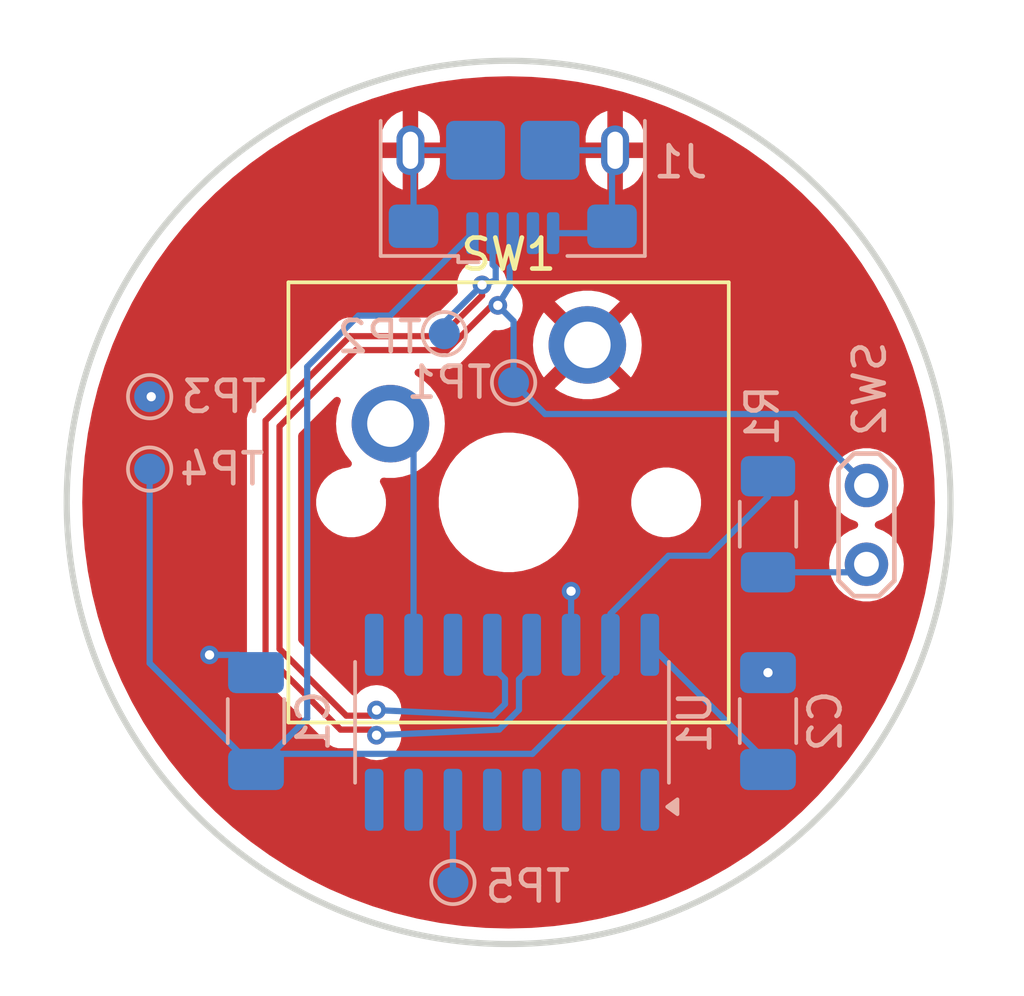
<source format=kicad_pcb>
(kicad_pcb (version 20240108) (generator "pcbnew") (generator_version "8.0")
  (layers (0 "F.Cu" signal) (31 "B.Cu" signal) (34 "B.Paste" user) (35 "F.Paste" user) (36 "B.SilkS" user "B.Silkscreen") (37 "F.SilkS" user "F.Silkscreen") (38 "B.Mask" user) (39 "F.Mask" user) (44 "Edge.Cuts" user))
  (net 0 "")
  (net 1 "VCC")
  (net 2 "GND")
  (net 3 "+3.3V")
  (net 4 "Net-(U1-RST)")
  (net 6 "USB_D+")
  (net 7 "Net-(SW2A-B)")
  (net 8 "Net-(SW1A-A)")
  (net 18 "USB_D-")
  (footprint "PCM_Switch_Keyboard_Cherry_MX:SW_Cherry_MX_PCB_1.00u" (layer "F.Cu") (at 137.05 79.305)
    (property "Reference" "SW1" (at 0 -8 0) (layer "F.SilkS"))
    (property "Value" "SW_DPST_x2")
    (fp_line (start -7.1 -7.1) (end -7.1 7.1) (stroke (width 0.12)) (layer "F.SilkS"))
    (fp_line (start -7.1 7.1) (end 7.1 7.1) (stroke (width 0.12)) (layer "F.SilkS"))
    (fp_line (start 7.1 -7.1) (end -7.1 -7.1) (stroke (width 0.12)) (layer "F.SilkS"))
    (fp_line (start 7.1 7.1) (end 7.1 -7.1) (stroke (width 0.12)) (layer "F.SilkS"))
    (pad "" np_thru_hole circle (at -5.08 0) (size 1.75 1.75) (drill 1.75) (layers "*.Cu" "*.Mask"))
    (pad "" np_thru_hole circle (at 0 0) (size 4 4) (drill 4) (layers "*.Cu" "*.Mask"))
    (pad "" np_thru_hole circle (at 5.08 0) (size 1.75 1.75) (drill 1.75) (layers "*.Cu" "*.Mask"))
    (pad "1" thru_hole circle (at -3.81 -2.54) (size 2.5 2.5) (drill 1.5) (layers "*.Cu" "*.Mask") (net 8 "Net-(SW1A-A)"))
    (pad "2" thru_hole circle (at 2.54 -5.08) (size 2.5 2.5) (drill 1.5) (layers "*.Cu" "*.Mask") (net 2 "GND"))
  )
  (footprint "TestPoint:TestPoint_2Pads_Pitch2.54mm_Drill0.8mm" (layer "B.Cu") (at 148.59 78.76 -90)
    (property "Reference" "SW2" (at -3.1188 -0.1016 90) (layer "B.SilkS") (effects (justify mirror)))
    (property "Value" "SW_DPST_x2")
    (fp_line (start -0.53 0.9) (end -1.03 0.4) (stroke (width 0.15)) (layer "B.SilkS"))
    (fp_line (start 3.07 0.9) (end -0.53 0.9) (stroke (width 0.15)) (layer "B.SilkS"))
    (fp_line (start -1.03 0.4) (end -1.03 -0.4) (stroke (width 0.15)) (layer "B.SilkS"))
    (fp_line (start 3.57 0.4) (end 3.07 0.9) (stroke (width 0.15)) (layer "B.SilkS"))
    (fp_line (start -1.03 -0.4) (end -0.53 -0.9) (stroke (width 0.15)) (layer "B.SilkS"))
    (fp_line (start 3.57 -0.4) (end 3.57 0.4) (stroke (width 0.15)) (layer "B.SilkS"))
    (fp_line (start -0.53 -0.9) (end 3.07 -0.9) (stroke (width 0.15)) (layer "B.SilkS"))
    (fp_line (start 3.07 -0.9) (end 3.57 -0.4) (stroke (width 0.15)) (layer "B.SilkS"))
    (pad "1" thru_hole circle (at 0 0 270) (size 1.4 1.4) (drill 0.8) (layers "*.Cu" "*.Mask") (net 6 "USB_D+"))
    (pad "2" thru_hole circle (at 2.54 0 270) (size 1.4 1.4) (drill 0.8) (layers "*.Cu" "*.Mask") (net 7 "Net-(SW2A-B)"))
  )
  (footprint "Package_SO:SOP-16_3.9x9.9mm_P1.27mm" (layer "B.Cu") (at 137.16 86.4 90)
    (property "Reference" "U1" (at 0 5.9 -90) (layer "B.SilkS") (effects (justify mirror)))
    (property "Value" "~")
    (fp_line (start 1.95 -5.06) (end 0 -5.06) (stroke (width 0.12)) (layer "B.SilkS"))
    (fp_line (start -1.95 -5.06) (end 0 -5.06) (stroke (width 0.12)) (layer "B.SilkS"))
    (fp_line (start 1.95 5.06) (end 0 5.06) (stroke (width 0.12)) (layer "B.SilkS"))
    (fp_line (start -1.95 5.06) (end 0 5.06) (stroke (width 0.12)) (layer "B.SilkS"))
    (fp_poly (pts (xy -2.725 5.005) (xy -2.965 5.335) (xy -2.485 5.335) (xy -2.725 5.005)) (stroke (width 0.12)) (fill solid) (layer "B.SilkS"))
    (pad "1" smd roundrect (at -2.5 4.445 90) (size 2 0.6) (layers "B.Cu" "B.Paste" "B.Mask"))
    (pad "2" smd roundrect (at -2.5 3.175 90) (size 2 0.6) (layers "B.Cu" "B.Paste" "B.Mask"))
    (pad "3" smd roundrect (at -2.5 1.905 90) (size 2 0.6) (layers "B.Cu" "B.Paste" "B.Mask"))
    (pad "4" smd roundrect (at -2.5 0.635 90) (size 2 0.6) (layers "B.Cu" "B.Paste" "B.Mask"))
    (pad "5" smd roundrect (at -2.5 -0.635 90) (size 2 0.6) (layers "B.Cu" "B.Paste" "B.Mask"))
    (pad "6" smd roundrect (at -2.5 -1.905 90) (size 2 0.6) (layers "B.Cu" "B.Paste" "B.Mask") (net 4 "Net-(U1-RST)"))
    (pad "7" smd roundrect (at -2.5 -3.175 90) (size 2 0.6) (layers "B.Cu" "B.Paste" "B.Mask"))
    (pad "8" smd roundrect (at -2.5 -4.445 90) (size 2 0.6) (layers "B.Cu" "B.Paste" "B.Mask"))
    (pad "9" smd roundrect (at 2.5 -4.445 90) (size 2 0.6) (layers "B.Cu" "B.Paste" "B.Mask"))
    (pad "10" smd roundrect (at 2.5 -3.175 90) (size 2 0.6) (layers "B.Cu" "B.Paste" "B.Mask") (net 8 "Net-(SW1A-A)"))
    (pad "11" smd roundrect (at 2.5 -1.905 90) (size 2 0.6) (layers "B.Cu" "B.Paste" "B.Mask"))
    (pad "12" smd roundrect (at 2.5 -0.635 90) (size 2 0.6) (layers "B.Cu" "B.Paste" "B.Mask") (net 6 "USB_D+"))
    (pad "13" smd roundrect (at 2.5 0.635 90) (size 2 0.6) (layers "B.Cu" "B.Paste" "B.Mask") (net 18 "USB_D-"))
    (pad "14" smd roundrect (at 2.5 1.905 90) (size 2 0.6) (layers "B.Cu" "B.Paste" "B.Mask") (net 2 "GND"))
    (pad "15" smd roundrect (at 2.5 3.175 90) (size 2 0.6) (layers "B.Cu" "B.Paste" "B.Mask") (net 1 "VCC"))
    (pad "16" smd roundrect (at 2.5 4.445 90) (size 2 0.6) (layers "B.Cu" "B.Paste" "B.Mask") (net 3 "+3.3V"))
  )
  (footprint "Capacitor_SMD:C_1206_3216Metric_Pad1.33x1.80mm_HandSolder" (layer "B.Cu") (at 128.905 86.36 90)
    (property "Reference" "C1" (at 0 1.85 -90) (layer "B.SilkS") (effects (justify mirror)))
    (property "Value" "C")
    (fp_line (start 0.711252 -0.91) (end -0.711252 -0.91) (stroke (width 0.12)) (layer "B.SilkS"))
    (fp_line (start 0.711252 0.91) (end -0.711252 0.91) (stroke (width 0.12)) (layer "B.SilkS"))
    (pad "1" smd roundrect (at -1.5625 0 90) (size 1.325 1.8) (layers "B.Cu" "B.Paste" "B.Mask") (roundrect_rratio 0.188679) (net 1 "VCC"))
    (pad "2" smd roundrect (at 1.5625 0 90) (size 1.325 1.8) (layers "B.Cu" "B.Paste" "B.Mask") (roundrect_rratio 0.188679) (net 2 "GND"))
  )
  (footprint "TestPoint:TestPoint_Pad_D1.0mm" (layer "B.Cu") (at 134.9756 73.8632 180)
    (property "Reference" "TP2" (at 2.0828 -0.1016 180) (layer "B.SilkS") (effects (justify mirror)))
    (property "Value" "TestPoint")
    (fp_circle (center 0 0) (end 0 -0.7) (stroke (width 0.12)) (fill none) (layer "B.SilkS"))
    (pad "1" smd circle (at 0 0 180) (size 1 1) (layers "B.Cu" "B.Mask") (net 18 "USB_D-"))
  )
  (footprint "TestPoint:TestPoint_Pad_D1.0mm" (layer "B.Cu") (at 137.2108 75.438 180)
    (property "Reference" "TP1" (at 2.0828 0 180) (layer "B.SilkS") (effects (justify mirror)))
    (property "Value" "TestPoint")
    (fp_circle (center 0 0) (end 0 -0.7) (stroke (width 0.12)) (fill none) (layer "B.SilkS"))
    (pad "1" smd circle (at 0 0 180) (size 1 1) (layers "B.Cu" "B.Mask") (net 6 "USB_D+"))
  )
  (footprint "TestPoint:TestPoint_Pad_D1.0mm" (layer "B.Cu") (at 125.476 75.8952 180)
    (property "Reference" "TP3" (at -2.3876 0 180) (layer "B.SilkS") (effects (justify mirror)))
    (property "Value" "TestPoint")
    (fp_circle (center 0 0) (end 0 -0.7) (stroke (width 0.12)) (fill none) (layer "B.SilkS"))
    (pad "1" smd circle (at 0 0 180) (size 1 1) (layers "B.Cu" "B.Mask") (net 2 "GND"))
  )
  (footprint "TestPoint:TestPoint_Pad_D1.0mm" (layer "B.Cu") (at 125.476 78.232 180)
    (property "Reference" "TP4" (at -2.3368 0 180) (layer "B.SilkS") (effects (justify mirror)))
    (property "Value" "TestPoint")
    (fp_circle (center 0 0) (end 0 -0.7) (stroke (width 0.12)) (fill none) (layer "B.SilkS"))
    (pad "1" smd circle (at 0 0 180) (size 1 1) (layers "B.Cu" "B.Mask") (net 1 "VCC"))
  )
  (footprint "TestPoint:TestPoint_Pad_D1.0mm" (layer "B.Cu") (at 135.255 91.567 180)
    (property "Reference" "TP5" (at -2.413 -0.127 180) (layer "B.SilkS") (effects (justify mirror)))
    (property "Value" "TestPoint")
    (fp_circle (center 0 0) (end 0 -0.7) (stroke (width 0.12)) (fill none) (layer "B.SilkS"))
    (pad "1" smd circle (at 0 0 180) (size 1 1) (layers "B.Cu" "B.Mask") (net 4 "Net-(U1-RST)"))
  )
  (footprint "Resistor_SMD:R_1206_3216Metric_Pad1.30x1.75mm_HandSolder" (layer "B.Cu") (at 145.415 80.01 90)
    (property "Reference" "R1" (at 3.5052 -0.1778 -90) (layer "B.SilkS") (effects (justify mirror)))
    (property "Value" "10K")
    (fp_line (start 0.727064 -0.91) (end -0.727064 -0.91) (stroke (width 0.12)) (layer "B.SilkS"))
    (fp_line (start 0.727064 0.91) (end -0.727064 0.91) (stroke (width 0.12)) (layer "B.SilkS"))
    (pad "1" smd roundrect (at -1.55 0 90) (size 1.3 1.75) (layers "B.Cu" "B.Paste" "B.Mask") (roundrect_rratio 0.192308) (net 7 "Net-(SW2A-B)"))
    (pad "2" smd roundrect (at 1.55 0 90) (size 1.3 1.75) (layers "B.Cu" "B.Paste" "B.Mask") (roundrect_rratio 0.192308) (net 1 "VCC"))
  )
  (footprint "Connector_USB:USB_Micro-B_Amphenol_10118193-0001LF_Horizontal" (layer "B.Cu") (at 137.185 67.945)
    (property "Reference" "J1" (at 5.4106 0.381 0) (layer "B.SilkS") (effects (justify mirror)))
    (property "Value" "USB_B_Micro")
    (fp_line (start -4.26 -0.95) (end -4.26 3.41) (stroke (width 0.12)) (layer "B.SilkS"))
    (fp_line (start -1.76 3.41) (end -4.26 3.41) (stroke (width 0.12)) (layer "B.SilkS"))
    (fp_line (start -1.76 3.61) (end -1.76 3.41) (stroke (width 0.12)) (layer "B.SilkS"))
    (fp_line (start -1.76 3.61) (end -1.1 3.61) (stroke (width 0.12)) (layer "B.SilkS"))
    (fp_line (start 4.26 -0.95) (end 4.26 3.41) (stroke (width 0.12)) (layer "B.SilkS"))
    (fp_line (start 4.26 3.41) (end 1.76 3.41) (stroke (width 0.12)) (layer "B.SilkS"))
    (pad "1" smd roundrect (at -1.3 2.675) (size 0.4 1.35) (layers "B.Cu" "B.Paste" "B.Mask") (net 1 "VCC"))
    (pad "2" smd roundrect (at -0.65 2.675) (size 0.4 1.35) (layers "B.Cu" "B.Paste" "B.Mask") (net 18 "USB_D-"))
    (pad "3" smd roundrect (at 0 2.675) (size 0.4 1.35) (layers "B.Cu" "B.Paste" "B.Mask") (net 6 "USB_D+"))
    (pad "4" smd roundrect (at 0.65 2.675) (size 0.4 1.35) (layers "B.Cu" "B.Paste" "B.Mask"))
    (pad "5" smd roundrect (at 1.3 2.675) (size 0.4 1.35) (layers "B.Cu" "B.Paste" "B.Mask") (net 2 "GND"))
    (pad "6" thru_hole oval (at -3.3 0 270) (size 1.6 0.9) (drill oval 1.2 0.5) (layers "*.Cu" "*.Mask" "B.Paste") (net 2 "GND"))
    (pad "6" smd roundrect (at -3.2 2.45) (size 1.6 1.4) (layers "B.Cu" "B.Paste" "B.Mask") (roundrect_rratio 0.1785714286) (net 2 "GND"))
    (pad "6" smd roundrect (at -1.2 0) (size 1.9 1.9) (layers "B.Cu" "B.Paste" "B.Mask") (roundrect_rratio 0.1315789474) (net 2 "GND"))
    (pad "6" smd roundrect (at 1.2 0) (size 1.9 1.9) (layers "B.Cu" "B.Paste" "B.Mask") (roundrect_rratio 0.1315789474) (net 2 "GND"))
    (pad "6" smd roundrect (at 3.2 2.45) (size 1.6 1.4) (layers "B.Cu" "B.Paste" "B.Mask") (roundrect_rratio 0.1785714286) (net 2 "GND"))
    (pad "6" thru_hole oval (at 3.3 0 270) (size 1.6 0.9) (drill oval 1.2 0.5) (layers "*.Cu" "*.Mask" "B.Paste") (net 2 "GND"))
  )
  (footprint "Capacitor_SMD:C_1206_3216Metric_Pad1.33x1.80mm_HandSolder" (layer "B.Cu") (at 145.415 86.36 90)
    (property "Reference" "C2" (at 0 1.85 -90) (layer "B.SilkS") (effects (justify mirror)))
    (property "Value" "C")
    (fp_line (start 0.711252 -0.91) (end -0.711252 -0.91) (stroke (width 0.12)) (layer "B.SilkS"))
    (fp_line (start 0.711252 0.91) (end -0.711252 0.91) (stroke (width 0.12)) (layer "B.SilkS"))
    (pad "1" smd roundrect (at -1.5625 0 90) (size 1.325 1.8) (layers "B.Cu" "B.Paste" "B.Mask") (roundrect_rratio 0.188679) (net 3 "+3.3V"))
    (pad "2" smd roundrect (at 1.5625 0 90) (size 1.325 1.8) (layers "B.Cu" "B.Paste" "B.Mask") (roundrect_rratio 0.188679) (net 2 "GND"))
  )
  (gr_circle (center 137.05 79.305) (end 134.62 93.345) (stroke (width 0.2)) (fill none) (layer "Edge.Cuts"))
  (segment (start 130.556 86.2715) (end 130.556 74.93) (width 0.2) (layer "B.Cu") (net 1))
  (segment (start 145.415 79.121) (end 143.51 81.026) (width 0.2) (layer "B.Cu") (net 1))
  (segment (start 125.476 78.232) (end 125.476 84.4935) (width 0.2) (layer "B.Cu") (net 1))
  (segment (start 128.905 87.9225) (end 130.556 86.2715) (width 0.2) (layer "B.Cu") (net 1))
  (segment (start 140.335 84.899999) (end 140.335 83.9) (width 0.2) (layer "B.Cu") (net 1))
  (segment (start 132.207 73.279) (end 133.226 73.279) (width 0.2) (layer "B.Cu") (net 1))
  (segment (start 125.476 84.4935) (end 128.905 87.9225) (width 0.2) (layer "B.Cu") (net 1))
  (segment (start 140.335 82.900001) (end 140.335 83.9) (width 0.2) (layer "B.Cu") (net 1))
  (segment (start 128.905 87.9225) (end 129.4103 87.4172) (width 0.2) (layer "B.Cu") (net 1))
  (segment (start 143.51 81.026) (end 142.209001 81.026) (width 0.2) (layer "B.Cu") (net 1))
  (segment (start 137.817799 87.4172) (end 140.335 84.899999) (width 0.2) (layer "B.Cu") (net 1))
  (segment (start 129.4103 87.4172) (end 137.817799 87.4172) (width 0.2) (layer "B.Cu") (net 1))
  (segment (start 142.209001 81.026) (end 140.335 82.900001) (width 0.2) (layer "B.Cu") (net 1))
  (segment (start 130.556 74.93) (end 132.207 73.279) (width 0.2) (layer "B.Cu") (net 1))
  (segment (start 133.226 73.279) (end 135.885 70.62) (width 0.2) (layer "B.Cu") (net 1))
  (segment (start 145.415 78.46) (end 145.415 79.121) (width 0.2) (layer "B.Cu") (net 1))
  (via (at 125.5268 75.8952) (size 0.6) (drill 0.3) (layers "F.Cu" "B.Cu") (net 2))
  (via (at 139.065 82.169) (size 0.6) (drill 0.3) (layers "F.Cu" "B.Cu") (net 2))
  (via (at 145.415 84.7975) (size 0.6) (drill 0.3) (layers "F.Cu" "B.Cu") (net 2))
  (via (at 127.4064 84.2264) (size 0.6) (drill 0.3) (layers "F.Cu" "B.Cu") (net 2))
  (segment (start 133.985 70.395) (end 133.985 68.045) (width 0.2) (layer "B.Cu") (net 2))
  (segment (start 138.485 70.62) (end 140.16 70.62) (width 0.2) (layer "B.Cu") (net 2))
  (segment (start 133.985 68.045) (end 133.885 67.945) (width 0.2) (layer "B.Cu") (net 2))
  (segment (start 140.385 68.045) (end 140.485 67.945) (width 0.2) (layer "B.Cu") (net 2))
  (segment (start 139.065 83.9) (end 139.065 82.169) (width 0.2) (layer "B.Cu") (net 2))
  (segment (start 140.16 70.62) (end 140.385 70.395) (width 0.2) (layer "B.Cu") (net 2))
  (segment (start 127.4064 84.2264) (end 128.3339 84.2264) (width 0.2) (layer "B.Cu") (net 2))
  (segment (start 128.3339 84.2264) (end 128.905 84.7975) (width 0.2) (layer "B.Cu") (net 2))
  (segment (start 140.385 70.395) (end 140.385 68.045) (width 0.2) (layer "B.Cu") (net 2))
  (segment (start 135.985 67.945) (end 133.885 67.945) (width 0.2) (layer "B.Cu") (net 2))
  (segment (start 138.385 67.945) (end 140.485 67.945) (width 0.2) (layer "B.Cu") (net 2))
  (segment (start 145.415 87.9225) (end 145.415 87.71) (width 0.2) (layer "B.Cu") (net 3))
  (segment (start 145.415 87.71) (end 141.605 83.9) (width 0.2) (layer "B.Cu") (net 3))
  (segment (start 135.255 91.567) (end 135.255 88.9) (width 0.2) (layer "B.Cu") (net 4))
  (segment (start 132.609801 86.185799) (end 131.817599 86.185799) (width 0.2) (layer "F.Cu") (net 6))
  (segment (start 131.817599 86.185799) (end 129.6634 84.0316) (width 0.2) (layer "F.Cu") (net 6))
  (segment (start 129.6634 84.0316) (end 129.6634 76.852) (width 0.2) (layer "F.Cu") (net 6))
  (segment (start 132.7912 86.0044) (end 132.609801 86.185799) (width 0.2) (layer "F.Cu") (net 6))
  (segment (start 132.1224 74.393) (end 135.068799 74.393) (width 0.2) (layer "F.Cu") (net 6))
  (segment (start 135.068799 74.393) (end 136.512999 72.9488) (width 0.2) (layer "F.Cu") (net 6))
  (segment (start 129.6634 76.852) (end 132.1224 74.393) (width 0.2) (layer "F.Cu") (net 6))
  (segment (start 136.512999 72.9488) (end 136.7028 72.9488) (width 0.2) (layer "F.Cu") (net 6))
  (via (at 136.7028 72.9488) (size 0.6) (drill 0.3) (layers "F.Cu" "B.Cu") (net 6))
  (via (at 132.7912 86.0044) (size 0.6) (drill 0.3) (layers "F.Cu" "B.Cu") (net 6))
  (segment (start 137.085 72.326) (end 136.7028 72.9488) (width 0.2) (layer "B.Cu") (net 6))
  (segment (start 137.2108 73.4568) (end 136.7028 72.9488) (width 0.2) (layer "B.Cu") (net 6))
  (segment (start 137.185 70.62) (end 137.185 71.632501) (width 0.2) (layer "B.Cu") (net 6))
  (segment (start 146.284 76.454) (end 138.2268 76.454) (width 0.2) (layer "B.Cu") (net 6))
  (segment (start 132.7912 86.0044) (end 132.6896 86.1858) (width 0.2) (layer "B.Cu") (net 6))
  (segment (start 137.185 71.632501) (end 137.085 71.732501) (width 0.2) (layer "B.Cu") (net 6))
  (segment (start 136.525 84.6) (end 136.935 85.01) (width 0.2) (layer "B.Cu") (net 6))
  (segment (start 136.5588 86.1858) (end 132.7912 86.0044) (width 0.2) (layer "B.Cu") (net 6))
  (segment (start 148.59 78.76) (end 146.284 76.454) (width 0.2) (layer "B.Cu") (net 6))
  (segment (start 137.085 71.732501) (end 137.085 72.326) (width 0.2) (layer "B.Cu") (net 6))
  (segment (start 138.2268 76.454) (end 137.2108 75.438) (width 0.2) (layer "B.Cu") (net 6))
  (segment (start 136.935 85.01) (end 136.935 85.8096) (width 0.2) (layer "B.Cu") (net 6))
  (segment (start 137.2108 75.438) (end 137.2108 73.4568) (width 0.2) (layer "B.Cu") (net 6))
  (segment (start 136.935 85.8096) (end 136.5588 86.1858) (width 0.2) (layer "B.Cu") (net 6))
  (segment (start 136.525 83.9) (end 136.525 84.6) (width 0.2) (layer "B.Cu") (net 6))
  (segment (start 148.33 81.56) (end 148.59 81.3) (width 0.2) (layer "B.Cu") (net 7))
  (segment (start 145.415 81.56) (end 148.33 81.56) (width 0.2) (layer "B.Cu") (net 7))
  (segment (start 133.24 76.765) (end 133.985 77.51) (width 0.2) (layer "B.Cu") (net 8))
  (segment (start 133.985 77.51) (end 133.985 83.9) (width 0.2) (layer "B.Cu") (net 8))
  (segment (start 131.936 73.943) (end 134.882401 73.943) (width 0.2) (layer "F.Cu") (net 18))
  (segment (start 132.7912 86.8172) (end 132.609801 86.635801) (width 0.2) (layer "F.Cu") (net 18))
  (segment (start 134.882401 73.943) (end 136.1948 72.630601) (width 0.2) (layer "F.Cu") (net 18))
  (segment (start 131.631201 86.635801) (end 129.2134 84.218) (width 0.2) (layer "F.Cu") (net 18))
  (segment (start 136.1948 72.630601) (end 136.1948 72.2884) (width 0.2) (layer "F.Cu") (net 18))
  (segment (start 129.2134 84.218) (end 129.2134 76.6656) (width 0.2) (layer "F.Cu") (net 18))
  (segment (start 132.609801 86.635801) (end 131.631201 86.635801) (width 0.2) (layer "F.Cu") (net 18))
  (segment (start 129.2134 76.6656) (end 131.936 73.943) (width 0.2) (layer "F.Cu") (net 18))
  (via (at 132.7912 86.8172) (size 0.6) (drill 0.3) (layers "F.Cu" "B.Cu") (net 18))
  (via (at 136.1948 72.2884) (size 0.6) (drill 0.3) (layers "F.Cu" "B.Cu") (net 18))
  (segment (start 136.7452 86.6358) (end 132.7912 86.8172) (width 0.2) (layer "B.Cu") (net 18))
  (segment (start 136.535 71.632501) (end 136.635 71.732501) (width 0.2) (layer "B.Cu") (net 18))
  (segment (start 137.385 85.01) (end 137.385 85.996) (width 0.2) (layer "B.Cu") (net 18))
  (segment (start 136.635 71.732501) (end 136.635 72.1396) (width 0.2) (layer "B.Cu") (net 18))
  (segment (start 136.635 72.1396) (end 136.1948 72.2884) (width 0.2) (layer "B.Cu") (net 18))
  (segment (start 137.385 85.996) (end 136.7452 86.6358) (width 0.2) (layer "B.Cu") (net 18))
  (segment (start 136.535 70.62) (end 136.535 71.632501) (width 0.2) (layer "B.Cu") (net 18))
  (segment (start 132.7912 86.8172) (end 132.6896 86.6358) (width 0.2) (layer "B.Cu") (net 18))
  (segment (start 134.9756 73.5076) (end 136.1948 72.2884) (width 0.2) (layer "B.Cu") (net 18))
  (segment (start 137.795 83.9) (end 137.795 84.6) (width 0.2) (layer "B.Cu") (net 18))
  (segment (start 137.795 84.6) (end 137.385 85.01) (width 0.2) (layer "B.Cu") (net 18))
  (segment (start 134.9756 73.8632) (end 134.9756 73.5076) (width 0.2) (layer "B.Cu") (net 18))
  (zone (net 2) (net_name "GND") (layer "F.Cu") (connect_pads (clearance 0.5)) (min_thickness 0.25) (fill yes (thermal_gap 0.5) (thermal_bridge_width 0.5))
    (polygon (pts (xy 153.67 63.5) (xy 120.65 63.5) (xy 120.65 95.25) (xy 153.67 95.25)))
  )
)
</source>
